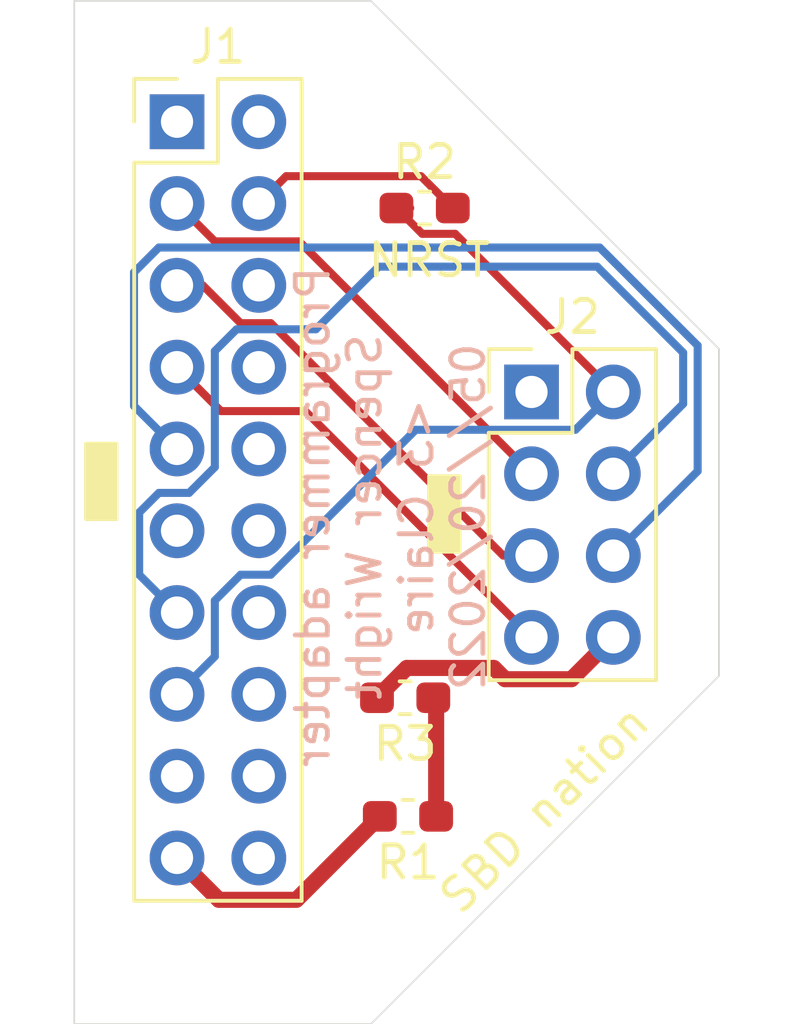
<source format=kicad_pcb>
(kicad_pcb (version 20171130) (host pcbnew "(5.1.6-0-10_14)")

  (general
    (thickness 1.6)
    (drawings 11)
    (tracks 56)
    (zones 0)
    (modules 5)
    (nets 13)
  )

  (page A4)
  (layers
    (0 F.Cu signal)
    (1 PWR power hide)
    (2 GND power hide)
    (31 B.Cu signal)
    (32 B.Adhes user)
    (33 F.Adhes user)
    (34 B.Paste user)
    (35 F.Paste user)
    (36 B.SilkS user)
    (37 F.SilkS user)
    (38 B.Mask user)
    (39 F.Mask user)
    (40 Dwgs.User user)
    (41 Cmts.User user)
    (42 Eco1.User user)
    (43 Eco2.User user)
    (44 Edge.Cuts user)
    (45 Margin user)
    (46 B.CrtYd user)
    (47 F.CrtYd user)
    (48 B.Fab user)
    (49 F.Fab user)
  )

  (setup
    (last_trace_width 0.25)
    (user_trace_width 0.499872)
    (trace_clearance 0.2)
    (zone_clearance 0.508)
    (zone_45_only no)
    (trace_min 0.2)
    (via_size 0.8)
    (via_drill 0.4)
    (via_min_size 0.4)
    (via_min_drill 0.3)
    (uvia_size 0.3)
    (uvia_drill 0.1)
    (uvias_allowed no)
    (uvia_min_size 0.2)
    (uvia_min_drill 0.1)
    (edge_width 0.05)
    (segment_width 0.2)
    (pcb_text_width 0.3)
    (pcb_text_size 1.5 1.5)
    (mod_edge_width 0.12)
    (mod_text_size 1 1)
    (mod_text_width 0.15)
    (pad_size 1.524 1.524)
    (pad_drill 0.762)
    (pad_to_mask_clearance 0.05)
    (aux_axis_origin 0 0)
    (visible_elements FFFFFF7F)
    (pcbplotparams
      (layerselection 0x010fc_ffffffff)
      (usegerberextensions true)
      (usegerberattributes true)
      (usegerberadvancedattributes false)
      (creategerberjobfile true)
      (excludeedgelayer true)
      (linewidth 0.100000)
      (plotframeref false)
      (viasonmask false)
      (mode 1)
      (useauxorigin false)
      (hpglpennumber 1)
      (hpglpenspeed 20)
      (hpglpendiameter 15.000000)
      (psnegative false)
      (psa4output false)
      (plotreference true)
      (plotvalue false)
      (plotinvisibletext false)
      (padsonsilk false)
      (subtractmaskfromsilk false)
      (outputformat 1)
      (mirror false)
      (drillshape 0)
      (scaleselection 1)
      (outputdirectory "./"))
  )

  (net 0 "")
  (net 1 /MCU_VDD)
  (net 2 /JNTRST)
  (net 3 GND)
  (net 4 /JTDI)
  (net 5 /SWDIO)
  (net 6 /SWCLK)
  (net 7 "Net-(J1-Pad11)")
  (net 8 /JTDO)
  (net 9 /NRST)
  (net 10 "Net-(J1-Pad17)")
  (net 11 "Net-(J1-Pad19)")
  (net 12 +3V3)

  (net_class Default "This is the default net class."
    (clearance 0.2)
    (trace_width 0.25)
    (via_dia 0.8)
    (via_drill 0.4)
    (uvia_dia 0.3)
    (uvia_drill 0.1)
    (add_net +3V3)
    (add_net /JNTRST)
    (add_net /JTDI)
    (add_net /JTDO)
    (add_net /MCU_VDD)
    (add_net /NRST)
    (add_net /SWCLK)
    (add_net /SWDIO)
    (add_net GND)
    (add_net "Net-(J1-Pad11)")
    (add_net "Net-(J1-Pad17)")
    (add_net "Net-(J1-Pad19)")
  )

  (module Connector_PinHeader_2.54mm:PinHeader_2x10_P2.54mm_Vertical (layer F.Cu) (tedit 59FED5CC) (tstamp 6287CC37)
    (at 69.23 54.53)
    (descr "Through hole straight pin header, 2x10, 2.54mm pitch, double rows")
    (tags "Through hole pin header THT 2x10 2.54mm double row")
    (path /6287C287)
    (fp_text reference J1 (at 1.27 -2.33) (layer F.SilkS)
      (effects (font (size 1 1) (thickness 0.15)))
    )
    (fp_text value Conn_01x20_Male (at 1.27 25.19) (layer F.Fab)
      (effects (font (size 1 1) (thickness 0.15)))
    )
    (fp_line (start 0 -1.27) (end 3.81 -1.27) (layer F.Fab) (width 0.1))
    (fp_line (start 3.81 -1.27) (end 3.81 24.13) (layer F.Fab) (width 0.1))
    (fp_line (start 3.81 24.13) (end -1.27 24.13) (layer F.Fab) (width 0.1))
    (fp_line (start -1.27 24.13) (end -1.27 0) (layer F.Fab) (width 0.1))
    (fp_line (start -1.27 0) (end 0 -1.27) (layer F.Fab) (width 0.1))
    (fp_line (start -1.33 24.19) (end 3.87 24.19) (layer F.SilkS) (width 0.12))
    (fp_line (start -1.33 1.27) (end -1.33 24.19) (layer F.SilkS) (width 0.12))
    (fp_line (start 3.87 -1.33) (end 3.87 24.19) (layer F.SilkS) (width 0.12))
    (fp_line (start -1.33 1.27) (end 1.27 1.27) (layer F.SilkS) (width 0.12))
    (fp_line (start 1.27 1.27) (end 1.27 -1.33) (layer F.SilkS) (width 0.12))
    (fp_line (start 1.27 -1.33) (end 3.87 -1.33) (layer F.SilkS) (width 0.12))
    (fp_line (start -1.33 0) (end -1.33 -1.33) (layer F.SilkS) (width 0.12))
    (fp_line (start -1.33 -1.33) (end 0 -1.33) (layer F.SilkS) (width 0.12))
    (fp_line (start -1.8 -1.8) (end -1.8 24.65) (layer F.CrtYd) (width 0.05))
    (fp_line (start -1.8 24.65) (end 4.35 24.65) (layer F.CrtYd) (width 0.05))
    (fp_line (start 4.35 24.65) (end 4.35 -1.8) (layer F.CrtYd) (width 0.05))
    (fp_line (start 4.35 -1.8) (end -1.8 -1.8) (layer F.CrtYd) (width 0.05))
    (fp_text user %R (at 1.27 11.43 90) (layer F.Fab)
      (effects (font (size 1 1) (thickness 0.15)))
    )
    (pad 1 thru_hole rect (at 0 0) (size 1.7 1.7) (drill 1) (layers *.Cu *.Mask)
      (net 1 /MCU_VDD))
    (pad 2 thru_hole oval (at 2.54 0) (size 1.7 1.7) (drill 1) (layers *.Cu *.Mask)
      (net 1 /MCU_VDD))
    (pad 3 thru_hole oval (at 0 2.54) (size 1.7 1.7) (drill 1) (layers *.Cu *.Mask)
      (net 2 /JNTRST))
    (pad 4 thru_hole oval (at 2.54 2.54) (size 1.7 1.7) (drill 1) (layers *.Cu *.Mask)
      (net 3 GND))
    (pad 5 thru_hole oval (at 0 5.08) (size 1.7 1.7) (drill 1) (layers *.Cu *.Mask)
      (net 4 /JTDI))
    (pad 6 thru_hole oval (at 2.54 5.08) (size 1.7 1.7) (drill 1) (layers *.Cu *.Mask)
      (net 3 GND))
    (pad 7 thru_hole oval (at 0 7.62) (size 1.7 1.7) (drill 1) (layers *.Cu *.Mask)
      (net 5 /SWDIO))
    (pad 8 thru_hole oval (at 2.54 7.62) (size 1.7 1.7) (drill 1) (layers *.Cu *.Mask)
      (net 3 GND))
    (pad 9 thru_hole oval (at 0 10.16) (size 1.7 1.7) (drill 1) (layers *.Cu *.Mask)
      (net 6 /SWCLK))
    (pad 10 thru_hole oval (at 2.54 10.16) (size 1.7 1.7) (drill 1) (layers *.Cu *.Mask)
      (net 3 GND))
    (pad 11 thru_hole oval (at 0 12.7) (size 1.7 1.7) (drill 1) (layers *.Cu *.Mask)
      (net 7 "Net-(J1-Pad11)"))
    (pad 12 thru_hole oval (at 2.54 12.7) (size 1.7 1.7) (drill 1) (layers *.Cu *.Mask)
      (net 3 GND))
    (pad 13 thru_hole oval (at 0 15.24) (size 1.7 1.7) (drill 1) (layers *.Cu *.Mask)
      (net 8 /JTDO))
    (pad 14 thru_hole oval (at 2.54 15.24) (size 1.7 1.7) (drill 1) (layers *.Cu *.Mask)
      (net 3 GND))
    (pad 15 thru_hole oval (at 0 17.78) (size 1.7 1.7) (drill 1) (layers *.Cu *.Mask)
      (net 9 /NRST))
    (pad 16 thru_hole oval (at 2.54 17.78) (size 1.7 1.7) (drill 1) (layers *.Cu *.Mask)
      (net 3 GND))
    (pad 17 thru_hole oval (at 0 20.32) (size 1.7 1.7) (drill 1) (layers *.Cu *.Mask)
      (net 10 "Net-(J1-Pad17)"))
    (pad 18 thru_hole oval (at 2.54 20.32) (size 1.7 1.7) (drill 1) (layers *.Cu *.Mask)
      (net 3 GND))
    (pad 19 thru_hole oval (at 0 22.86) (size 1.7 1.7) (drill 1) (layers *.Cu *.Mask)
      (net 11 "Net-(J1-Pad19)"))
    (pad 20 thru_hole oval (at 2.54 22.86) (size 1.7 1.7) (drill 1) (layers *.Cu *.Mask)
      (net 3 GND))
    (model ${KISYS3DMOD}/Connector_PinHeader_2.54mm.3dshapes/PinHeader_2x10_P2.54mm_Vertical.wrl
      (at (xyz 0 0 0))
      (scale (xyz 1 1 1))
      (rotate (xyz 0 0 0))
    )
  )

  (module Resistor_SMD:R_0603_1608Metric_Pad1.05x0.95mm_HandSolder (layer F.Cu) (tedit 5B301BBD) (tstamp 6287CC6B)
    (at 76.4032 76.0984 180)
    (descr "Resistor SMD 0603 (1608 Metric), square (rectangular) end terminal, IPC_7351 nominal with elongated pad for handsoldering. (Body size source: http://www.tortai-tech.com/upload/download/2011102023233369053.pdf), generated with kicad-footprint-generator")
    (tags "resistor handsolder")
    (path /628837D1)
    (attr smd)
    (fp_text reference R1 (at 0 -1.43) (layer F.SilkS)
      (effects (font (size 1 1) (thickness 0.15)))
    )
    (fp_text value 0 (at 0 1.43) (layer F.Fab)
      (effects (font (size 1 1) (thickness 0.15)))
    )
    (fp_line (start -0.8 0.4) (end -0.8 -0.4) (layer F.Fab) (width 0.1))
    (fp_line (start -0.8 -0.4) (end 0.8 -0.4) (layer F.Fab) (width 0.1))
    (fp_line (start 0.8 -0.4) (end 0.8 0.4) (layer F.Fab) (width 0.1))
    (fp_line (start 0.8 0.4) (end -0.8 0.4) (layer F.Fab) (width 0.1))
    (fp_line (start -0.171267 -0.51) (end 0.171267 -0.51) (layer F.SilkS) (width 0.12))
    (fp_line (start -0.171267 0.51) (end 0.171267 0.51) (layer F.SilkS) (width 0.12))
    (fp_line (start -1.65 0.73) (end -1.65 -0.73) (layer F.CrtYd) (width 0.05))
    (fp_line (start -1.65 -0.73) (end 1.65 -0.73) (layer F.CrtYd) (width 0.05))
    (fp_line (start 1.65 -0.73) (end 1.65 0.73) (layer F.CrtYd) (width 0.05))
    (fp_line (start 1.65 0.73) (end -1.65 0.73) (layer F.CrtYd) (width 0.05))
    (fp_text user %R (at 0 0) (layer F.Fab)
      (effects (font (size 0.4 0.4) (thickness 0.06)))
    )
    (pad 1 smd roundrect (at -0.875 0 180) (size 1.05 0.95) (layers F.Cu F.Paste F.Mask) (roundrect_rratio 0.25)
      (net 12 +3V3))
    (pad 2 smd roundrect (at 0.875 0 180) (size 1.05 0.95) (layers F.Cu F.Paste F.Mask) (roundrect_rratio 0.25)
      (net 11 "Net-(J1-Pad19)"))
    (model ${KISYS3DMOD}/Resistor_SMD.3dshapes/R_0603_1608Metric.wrl
      (at (xyz 0 0 0))
      (scale (xyz 1 1 1))
      (rotate (xyz 0 0 0))
    )
  )

  (module Resistor_SMD:R_0603_1608Metric_Pad1.05x0.95mm_HandSolder (layer F.Cu) (tedit 5B301BBD) (tstamp 6287CC7C)
    (at 76.92 57.21)
    (descr "Resistor SMD 0603 (1608 Metric), square (rectangular) end terminal, IPC_7351 nominal with elongated pad for handsoldering. (Body size source: http://www.tortai-tech.com/upload/download/2011102023233369053.pdf), generated with kicad-footprint-generator")
    (tags "resistor handsolder")
    (path /6288D2E4)
    (attr smd)
    (fp_text reference R2 (at 0 -1.43) (layer F.SilkS)
      (effects (font (size 1 1) (thickness 0.15)))
    )
    (fp_text value DNI (at 0 1.43) (layer F.Fab)
      (effects (font (size 1 1) (thickness 0.15)))
    )
    (fp_line (start 1.65 0.73) (end -1.65 0.73) (layer F.CrtYd) (width 0.05))
    (fp_line (start 1.65 -0.73) (end 1.65 0.73) (layer F.CrtYd) (width 0.05))
    (fp_line (start -1.65 -0.73) (end 1.65 -0.73) (layer F.CrtYd) (width 0.05))
    (fp_line (start -1.65 0.73) (end -1.65 -0.73) (layer F.CrtYd) (width 0.05))
    (fp_line (start -0.171267 0.51) (end 0.171267 0.51) (layer F.SilkS) (width 0.12))
    (fp_line (start -0.171267 -0.51) (end 0.171267 -0.51) (layer F.SilkS) (width 0.12))
    (fp_line (start 0.8 0.4) (end -0.8 0.4) (layer F.Fab) (width 0.1))
    (fp_line (start 0.8 -0.4) (end 0.8 0.4) (layer F.Fab) (width 0.1))
    (fp_line (start -0.8 -0.4) (end 0.8 -0.4) (layer F.Fab) (width 0.1))
    (fp_line (start -0.8 0.4) (end -0.8 -0.4) (layer F.Fab) (width 0.1))
    (fp_text user %R (at 0 0) (layer F.Fab)
      (effects (font (size 0.4 0.4) (thickness 0.06)))
    )
    (pad 2 smd roundrect (at 0.875 0) (size 1.05 0.95) (layers F.Cu F.Paste F.Mask) (roundrect_rratio 0.25)
      (net 3 GND))
    (pad 1 smd roundrect (at -0.875 0) (size 1.05 0.95) (layers F.Cu F.Paste F.Mask) (roundrect_rratio 0.25)
      (net 9 /NRST))
    (model ${KISYS3DMOD}/Resistor_SMD.3dshapes/R_0603_1608Metric.wrl
      (at (xyz 0 0 0))
      (scale (xyz 1 1 1))
      (rotate (xyz 0 0 0))
    )
  )

  (module Resistor_SMD:R_0603_1608Metric_Pad1.05x0.95mm_HandSolder (layer F.Cu) (tedit 5B301BBD) (tstamp 6287CC8D)
    (at 76.3156 72.4154 180)
    (descr "Resistor SMD 0603 (1608 Metric), square (rectangular) end terminal, IPC_7351 nominal with elongated pad for handsoldering. (Body size source: http://www.tortai-tech.com/upload/download/2011102023233369053.pdf), generated with kicad-footprint-generator")
    (tags "resistor handsolder")
    (path /62892696)
    (attr smd)
    (fp_text reference R3 (at 0 -1.43) (layer F.SilkS)
      (effects (font (size 1 1) (thickness 0.15)))
    )
    (fp_text value DNI (at 0 1.43) (layer F.Fab)
      (effects (font (size 1 1) (thickness 0.15)))
    )
    (fp_line (start -0.8 0.4) (end -0.8 -0.4) (layer F.Fab) (width 0.1))
    (fp_line (start -0.8 -0.4) (end 0.8 -0.4) (layer F.Fab) (width 0.1))
    (fp_line (start 0.8 -0.4) (end 0.8 0.4) (layer F.Fab) (width 0.1))
    (fp_line (start 0.8 0.4) (end -0.8 0.4) (layer F.Fab) (width 0.1))
    (fp_line (start -0.171267 -0.51) (end 0.171267 -0.51) (layer F.SilkS) (width 0.12))
    (fp_line (start -0.171267 0.51) (end 0.171267 0.51) (layer F.SilkS) (width 0.12))
    (fp_line (start -1.65 0.73) (end -1.65 -0.73) (layer F.CrtYd) (width 0.05))
    (fp_line (start -1.65 -0.73) (end 1.65 -0.73) (layer F.CrtYd) (width 0.05))
    (fp_line (start 1.65 -0.73) (end 1.65 0.73) (layer F.CrtYd) (width 0.05))
    (fp_line (start 1.65 0.73) (end -1.65 0.73) (layer F.CrtYd) (width 0.05))
    (fp_text user %R (at 0 0) (layer F.Fab)
      (effects (font (size 0.4 0.4) (thickness 0.06)))
    )
    (pad 1 smd roundrect (at -0.875 0 180) (size 1.05 0.95) (layers F.Cu F.Paste F.Mask) (roundrect_rratio 0.25)
      (net 12 +3V3))
    (pad 2 smd roundrect (at 0.875 0 180) (size 1.05 0.95) (layers F.Cu F.Paste F.Mask) (roundrect_rratio 0.25)
      (net 1 /MCU_VDD))
    (model ${KISYS3DMOD}/Resistor_SMD.3dshapes/R_0603_1608Metric.wrl
      (at (xyz 0 0 0))
      (scale (xyz 1 1 1))
      (rotate (xyz 0 0 0))
    )
  )

  (module Connector_PinHeader_2.54mm:PinHeader_2x04_P2.54mm_Vertical (layer F.Cu) (tedit 59FED5CC) (tstamp 629BCE18)
    (at 80.24 62.92)
    (descr "Through hole straight pin header, 2x04, 2.54mm pitch, double rows")
    (tags "Through hole pin header THT 2x04 2.54mm double row")
    (path /6287DFCF)
    (fp_text reference J2 (at 1.27 -2.33) (layer F.SilkS)
      (effects (font (size 1 1) (thickness 0.15)))
    )
    (fp_text value Conn_01x08_Male (at 1.27 9.95) (layer F.Fab)
      (effects (font (size 1 1) (thickness 0.15)))
    )
    (fp_line (start 4.35 -1.8) (end -1.8 -1.8) (layer F.CrtYd) (width 0.05))
    (fp_line (start 4.35 9.4) (end 4.35 -1.8) (layer F.CrtYd) (width 0.05))
    (fp_line (start -1.8 9.4) (end 4.35 9.4) (layer F.CrtYd) (width 0.05))
    (fp_line (start -1.8 -1.8) (end -1.8 9.4) (layer F.CrtYd) (width 0.05))
    (fp_line (start -1.33 -1.33) (end 0 -1.33) (layer F.SilkS) (width 0.12))
    (fp_line (start -1.33 0) (end -1.33 -1.33) (layer F.SilkS) (width 0.12))
    (fp_line (start 1.27 -1.33) (end 3.87 -1.33) (layer F.SilkS) (width 0.12))
    (fp_line (start 1.27 1.27) (end 1.27 -1.33) (layer F.SilkS) (width 0.12))
    (fp_line (start -1.33 1.27) (end 1.27 1.27) (layer F.SilkS) (width 0.12))
    (fp_line (start 3.87 -1.33) (end 3.87 8.95) (layer F.SilkS) (width 0.12))
    (fp_line (start -1.33 1.27) (end -1.33 8.95) (layer F.SilkS) (width 0.12))
    (fp_line (start -1.33 8.95) (end 3.87 8.95) (layer F.SilkS) (width 0.12))
    (fp_line (start -1.27 0) (end 0 -1.27) (layer F.Fab) (width 0.1))
    (fp_line (start -1.27 8.89) (end -1.27 0) (layer F.Fab) (width 0.1))
    (fp_line (start 3.81 8.89) (end -1.27 8.89) (layer F.Fab) (width 0.1))
    (fp_line (start 3.81 -1.27) (end 3.81 8.89) (layer F.Fab) (width 0.1))
    (fp_line (start 0 -1.27) (end 3.81 -1.27) (layer F.Fab) (width 0.1))
    (fp_text user %R (at 1.27 3.81 90) (layer F.Fab)
      (effects (font (size 1 1) (thickness 0.15)))
    )
    (pad 1 thru_hole rect (at 0 0) (size 1.7 1.7) (drill 1) (layers *.Cu *.Mask)
      (net 3 GND))
    (pad 2 thru_hole oval (at 2.54 0) (size 1.7 1.7) (drill 1) (layers *.Cu *.Mask)
      (net 9 /NRST))
    (pad 3 thru_hole oval (at 0 2.54) (size 1.7 1.7) (drill 1) (layers *.Cu *.Mask)
      (net 2 /JNTRST))
    (pad 4 thru_hole oval (at 2.54 2.54) (size 1.7 1.7) (drill 1) (layers *.Cu *.Mask)
      (net 8 /JTDO))
    (pad 5 thru_hole oval (at 0 5.08) (size 1.7 1.7) (drill 1) (layers *.Cu *.Mask)
      (net 4 /JTDI))
    (pad 6 thru_hole oval (at 2.54 5.08) (size 1.7 1.7) (drill 1) (layers *.Cu *.Mask)
      (net 6 /SWCLK))
    (pad 7 thru_hole oval (at 0 7.62) (size 1.7 1.7) (drill 1) (layers *.Cu *.Mask)
      (net 5 /SWDIO))
    (pad 8 thru_hole oval (at 2.54 7.62) (size 1.7 1.7) (drill 1) (layers *.Cu *.Mask)
      (net 1 /MCU_VDD))
    (model ${KISYS3DMOD}/Connector_PinHeader_2.54mm.3dshapes/PinHeader_2x04_P2.54mm_Vertical.wrl
      (at (xyz 0 0 0))
      (scale (xyz 1 1 1))
      (rotate (xyz 0 0 0))
    )
  )

  (gr_line (start 86.06 71.74) (end 86.06 61.58) (layer Edge.Cuts) (width 0.05))
  (gr_line (start 75.25 82.55) (end 86.06 71.74) (layer Edge.Cuts) (width 0.05) (tstamp 629BCF6A))
  (gr_line (start 75.25 50.7746) (end 86.06 61.58) (layer Edge.Cuts) (width 0.05))
  (gr_line (start 66.04 82.55) (end 75.25 82.55) (layer Edge.Cuts) (width 0.05) (tstamp 629BCF66))
  (gr_line (start 66.04 50.7746) (end 66.04 82.55) (layer Edge.Cuts) (width 0.05) (tstamp 629BCF65))
  (gr_line (start 66.04 50.7746) (end 75.25 50.7746) (layer Edge.Cuts) (width 0.05))
  (gr_poly (pts (xy 78.0152 67.8646) (xy 77.9898 67.8646) (xy 78.0152 67.89) (xy 77.05 67.89) (xy 77.05 65.5278) (xy 78.0152 65.5278)) (layer F.SilkS) (width 0.1) (tstamp 6287D37E))
  (gr_poly (pts (xy 67.3608 66.8528) (xy 67.3354 66.8528) (xy 67.3608 66.8782) (xy 66.3956 66.8782) (xy 66.3956 64.516) (xy 67.3608 64.516)) (layer F.SilkS) (width 0.1))
  (gr_text NRST (at 77.0636 58.8264) (layer F.SilkS) (tstamp 6287D321)
    (effects (font (size 1 1) (thickness 0.15)))
  )
  (gr_text "SBD nation" (at 80.64 75.87 45) (layer F.SilkS)
    (effects (font (size 1 1) (thickness 0.15)))
  )
  (gr_text "Programmer adapter\nSpencer Wright\n<3 Claire\n05//20/2022" (at 75.86 66.8 90) (layer B.SilkS)
    (effects (font (size 1 1) (thickness 0.15)) (justify mirror))
  )

  (segment (start 76.365546 71.490454) (end 75.4406 72.4154) (width 0.499872) (layer F.Cu) (net 1))
  (segment (start 79.070454 71.490454) (end 76.365546 71.490454) (width 0.499872) (layer F.Cu) (net 1))
  (segment (start 79.419937 71.839937) (end 79.070454 71.490454) (width 0.499872) (layer F.Cu) (net 1))
  (segment (start 81.480063 71.839937) (end 79.419937 71.839937) (width 0.499872) (layer F.Cu) (net 1))
  (segment (start 82.78 70.54) (end 81.480063 71.839937) (width 0.499872) (layer F.Cu) (net 1))
  (segment (start 70.405001 58.245001) (end 69.23 57.07) (width 0.25) (layer F.Cu) (net 2))
  (segment (start 73.025001 58.245001) (end 70.405001 58.245001) (width 0.25) (layer F.Cu) (net 2))
  (segment (start 80.24 65.46) (end 73.025001 58.245001) (width 0.25) (layer F.Cu) (net 2))
  (segment (start 76.805001 56.220001) (end 72.619999 56.220001) (width 0.25) (layer F.Cu) (net 3))
  (segment (start 72.619999 56.220001) (end 71.77 57.07) (width 0.25) (layer F.Cu) (net 3))
  (segment (start 77.795 57.21) (end 76.805001 56.220001) (width 0.25) (layer F.Cu) (net 3))
  (segment (start 70.030998 59.61) (end 71.205999 60.785001) (width 0.25) (layer F.Cu) (net 4))
  (segment (start 69.23 59.61) (end 70.030998 59.61) (width 0.25) (layer F.Cu) (net 4))
  (segment (start 72.144003 60.785001) (end 79.359002 68) (width 0.25) (layer F.Cu) (net 4))
  (segment (start 79.359002 68) (end 80.24 68) (width 0.25) (layer F.Cu) (net 4))
  (segment (start 71.205999 60.785001) (end 72.144003 60.785001) (width 0.25) (layer F.Cu) (net 4))
  (segment (start 70.405001 63.325001) (end 69.23 62.15) (width 0.25) (layer F.Cu) (net 5))
  (segment (start 70.594999 63.514999) (end 70.405001 63.325001) (width 0.25) (layer F.Cu) (net 5))
  (segment (start 73.214999 63.514999) (end 70.594999 63.514999) (width 0.25) (layer F.Cu) (net 5))
  (segment (start 80.24 70.54) (end 73.214999 63.514999) (width 0.25) (layer F.Cu) (net 5))
  (segment (start 85.4 61.48) (end 85.4 65.38) (width 0.25) (layer B.Cu) (net 6))
  (segment (start 67.8942 59.206798) (end 68.665999 58.434999) (width 0.25) (layer B.Cu) (net 6))
  (segment (start 85.4 65.38) (end 82.78 68) (width 0.25) (layer B.Cu) (net 6))
  (segment (start 68.665999 58.434999) (end 82.354999 58.434999) (width 0.25) (layer B.Cu) (net 6))
  (segment (start 67.8942 63.3542) (end 67.8942 59.206798) (width 0.25) (layer B.Cu) (net 6))
  (segment (start 82.354999 58.434999) (end 85.4 61.48) (width 0.25) (layer B.Cu) (net 6))
  (segment (start 69.23 64.69) (end 67.8942 63.3542) (width 0.25) (layer B.Cu) (net 6))
  (segment (start 84.94999 63.29001) (end 82.78 65.46) (width 0.25) (layer B.Cu) (net 8))
  (segment (start 84.94999 61.69999) (end 84.94999 63.29001) (width 0.25) (layer B.Cu) (net 8))
  (segment (start 69.604003 66.054999) (end 70.405001 65.254001) (width 0.25) (layer B.Cu) (net 8))
  (segment (start 75.4888 59.0296) (end 82.2796 59.0296) (width 0.25) (layer B.Cu) (net 8))
  (segment (start 71.079601 60.974999) (end 73.543401 60.974999) (width 0.25) (layer B.Cu) (net 8))
  (segment (start 68.054999 68.594999) (end 68.054999 66.665999) (width 0.25) (layer B.Cu) (net 8))
  (segment (start 68.665999 66.054999) (end 69.604003 66.054999) (width 0.25) (layer B.Cu) (net 8))
  (segment (start 73.543401 60.974999) (end 75.4888 59.0296) (width 0.25) (layer B.Cu) (net 8))
  (segment (start 68.054999 66.665999) (end 68.665999 66.054999) (width 0.25) (layer B.Cu) (net 8))
  (segment (start 82.2796 59.0296) (end 84.94999 61.69999) (width 0.25) (layer B.Cu) (net 8))
  (segment (start 70.405001 61.649599) (end 71.079601 60.974999) (width 0.25) (layer B.Cu) (net 8))
  (segment (start 70.405001 65.254001) (end 70.405001 61.649599) (width 0.25) (layer B.Cu) (net 8))
  (segment (start 69.23 69.77) (end 68.054999 68.594999) (width 0.25) (layer B.Cu) (net 8))
  (segment (start 76.47449 57.21) (end 76.045 57.21) (width 0.25) (layer F.Cu) (net 9))
  (segment (start 70.405001 69.395997) (end 70.405001 71.134999) (width 0.25) (layer B.Cu) (net 9))
  (segment (start 71.205999 68.594999) (end 70.405001 69.395997) (width 0.25) (layer B.Cu) (net 9))
  (segment (start 72.144003 68.594999) (end 71.205999 68.594999) (width 0.25) (layer B.Cu) (net 9))
  (segment (start 70.405001 71.134999) (end 69.23 72.31) (width 0.25) (layer B.Cu) (net 9))
  (segment (start 81.604999 64.095001) (end 82.78 62.92) (width 0.25) (layer B.Cu) (net 9))
  (segment (start 76.644001 64.095001) (end 81.604999 64.095001) (width 0.25) (layer B.Cu) (net 9))
  (segment (start 72.144003 68.594999) (end 76.644001 64.095001) (width 0.25) (layer B.Cu) (net 9))
  (segment (start 77.87001 58.01001) (end 82.78 62.92) (width 0.25) (layer F.Cu) (net 9))
  (segment (start 76.84501 58.01001) (end 77.87001 58.01001) (width 0.25) (layer F.Cu) (net 9))
  (segment (start 76.045 57.21) (end 76.84501 58.01001) (width 0.25) (layer F.Cu) (net 9))
  (segment (start 70.529937 78.689937) (end 69.23 77.39) (width 0.499872) (layer F.Cu) (net 11))
  (segment (start 72.936663 78.689937) (end 70.529937 78.689937) (width 0.499872) (layer F.Cu) (net 11))
  (segment (start 75.5282 76.0984) (end 72.936663 78.689937) (width 0.499872) (layer F.Cu) (net 11))
  (segment (start 77.2782 72.503) (end 77.1906 72.4154) (width 0.499872) (layer F.Cu) (net 12))
  (segment (start 77.2782 76.0984) (end 77.2782 72.503) (width 0.499872) (layer F.Cu) (net 12))

  (zone (net 1) (net_name /MCU_VDD) (layer PWR) (tstamp 629BD050) (hatch edge 0.508)
    (connect_pads (clearance 0.508))
    (min_thickness 0.254)
    (fill yes (arc_segments 32) (thermal_gap 0.508) (thermal_bridge_width 0.508))
    (polygon
      (pts
        (xy 91.44 82.55) (xy 66.04 82.55) (xy 66.04 50.8) (xy 91.44 50.8)
      )
    )
    (filled_polygon
      (pts
        (xy 85.400001 61.853464) (xy 85.4 71.466619) (xy 74.97662 81.89) (xy 66.7 81.89) (xy 66.7 55.38)
        (xy 67.741928 55.38) (xy 67.754188 55.504482) (xy 67.790498 55.62418) (xy 67.849463 55.734494) (xy 67.928815 55.831185)
        (xy 68.025506 55.910537) (xy 68.13582 55.969502) (xy 68.20838 55.991513) (xy 68.076525 56.123368) (xy 67.91401 56.366589)
        (xy 67.802068 56.636842) (xy 67.745 56.92374) (xy 67.745 57.21626) (xy 67.802068 57.503158) (xy 67.91401 57.773411)
        (xy 68.076525 58.016632) (xy 68.283368 58.223475) (xy 68.45776 58.34) (xy 68.283368 58.456525) (xy 68.076525 58.663368)
        (xy 67.91401 58.906589) (xy 67.802068 59.176842) (xy 67.745 59.46374) (xy 67.745 59.75626) (xy 67.802068 60.043158)
        (xy 67.91401 60.313411) (xy 68.076525 60.556632) (xy 68.283368 60.763475) (xy 68.45776 60.88) (xy 68.283368 60.996525)
        (xy 68.076525 61.203368) (xy 67.91401 61.446589) (xy 67.802068 61.716842) (xy 67.745 62.00374) (xy 67.745 62.29626)
        (xy 67.802068 62.583158) (xy 67.91401 62.853411) (xy 68.076525 63.096632) (xy 68.283368 63.303475) (xy 68.45776 63.42)
        (xy 68.283368 63.536525) (xy 68.076525 63.743368) (xy 67.91401 63.986589) (xy 67.802068 64.256842) (xy 67.745 64.54374)
        (xy 67.745 64.83626) (xy 67.802068 65.123158) (xy 67.91401 65.393411) (xy 68.076525 65.636632) (xy 68.283368 65.843475)
        (xy 68.45776 65.96) (xy 68.283368 66.076525) (xy 68.076525 66.283368) (xy 67.91401 66.526589) (xy 67.802068 66.796842)
        (xy 67.745 67.08374) (xy 67.745 67.37626) (xy 67.802068 67.663158) (xy 67.91401 67.933411) (xy 68.076525 68.176632)
        (xy 68.283368 68.383475) (xy 68.45776 68.5) (xy 68.283368 68.616525) (xy 68.076525 68.823368) (xy 67.91401 69.066589)
        (xy 67.802068 69.336842) (xy 67.745 69.62374) (xy 67.745 69.91626) (xy 67.802068 70.203158) (xy 67.91401 70.473411)
        (xy 68.076525 70.716632) (xy 68.283368 70.923475) (xy 68.45776 71.04) (xy 68.283368 71.156525) (xy 68.076525 71.363368)
        (xy 67.91401 71.606589) (xy 67.802068 71.876842) (xy 67.745 72.16374) (xy 67.745 72.45626) (xy 67.802068 72.743158)
        (xy 67.91401 73.013411) (xy 68.076525 73.256632) (xy 68.283368 73.463475) (xy 68.45776 73.58) (xy 68.283368 73.696525)
        (xy 68.076525 73.903368) (xy 67.91401 74.146589) (xy 67.802068 74.416842) (xy 67.745 74.70374) (xy 67.745 74.99626)
        (xy 67.802068 75.283158) (xy 67.91401 75.553411) (xy 68.076525 75.796632) (xy 68.283368 76.003475) (xy 68.45776 76.12)
        (xy 68.283368 76.236525) (xy 68.076525 76.443368) (xy 67.91401 76.686589) (xy 67.802068 76.956842) (xy 67.745 77.24374)
        (xy 67.745 77.53626) (xy 67.802068 77.823158) (xy 67.91401 78.093411) (xy 68.076525 78.336632) (xy 68.283368 78.543475)
        (xy 68.526589 78.70599) (xy 68.796842 78.817932) (xy 69.08374 78.875) (xy 69.37626 78.875) (xy 69.663158 78.817932)
        (xy 69.933411 78.70599) (xy 70.176632 78.543475) (xy 70.383475 78.336632) (xy 70.5 78.16224) (xy 70.616525 78.336632)
        (xy 70.823368 78.543475) (xy 71.066589 78.70599) (xy 71.336842 78.817932) (xy 71.62374 78.875) (xy 71.91626 78.875)
        (xy 72.203158 78.817932) (xy 72.473411 78.70599) (xy 72.716632 78.543475) (xy 72.923475 78.336632) (xy 73.08599 78.093411)
        (xy 73.197932 77.823158) (xy 73.255 77.53626) (xy 73.255 77.24374) (xy 73.197932 76.956842) (xy 73.08599 76.686589)
        (xy 72.923475 76.443368) (xy 72.716632 76.236525) (xy 72.54224 76.12) (xy 72.716632 76.003475) (xy 72.923475 75.796632)
        (xy 73.08599 75.553411) (xy 73.197932 75.283158) (xy 73.255 74.99626) (xy 73.255 74.70374) (xy 73.197932 74.416842)
        (xy 73.08599 74.146589) (xy 72.923475 73.903368) (xy 72.716632 73.696525) (xy 72.54224 73.58) (xy 72.716632 73.463475)
        (xy 72.923475 73.256632) (xy 73.08599 73.013411) (xy 73.197932 72.743158) (xy 73.255 72.45626) (xy 73.255 72.16374)
        (xy 73.197932 71.876842) (xy 73.08599 71.606589) (xy 72.923475 71.363368) (xy 72.716632 71.156525) (xy 72.54224 71.04)
        (xy 72.716632 70.923475) (xy 72.923475 70.716632) (xy 73.08599 70.473411) (xy 73.197932 70.203158) (xy 73.255 69.91626)
        (xy 73.255 69.62374) (xy 73.197932 69.336842) (xy 73.08599 69.066589) (xy 72.923475 68.823368) (xy 72.716632 68.616525)
        (xy 72.54224 68.5) (xy 72.716632 68.383475) (xy 72.923475 68.176632) (xy 73.08599 67.933411) (xy 73.197932 67.663158)
        (xy 73.255 67.37626) (xy 73.255 67.08374) (xy 73.197932 66.796842) (xy 73.08599 66.526589) (xy 72.923475 66.283368)
        (xy 72.716632 66.076525) (xy 72.54224 65.96) (xy 72.716632 65.843475) (xy 72.923475 65.636632) (xy 73.08599 65.393411)
        (xy 73.197932 65.123158) (xy 73.255 64.83626) (xy 73.255 64.54374) (xy 73.197932 64.256842) (xy 73.08599 63.986589)
        (xy 72.923475 63.743368) (xy 72.716632 63.536525) (xy 72.54224 63.42) (xy 72.716632 63.303475) (xy 72.923475 63.096632)
        (xy 73.08599 62.853411) (xy 73.197932 62.583158) (xy 73.255 62.29626) (xy 73.255 62.07) (xy 78.751928 62.07)
        (xy 78.751928 63.77) (xy 78.764188 63.894482) (xy 78.800498 64.01418) (xy 78.859463 64.124494) (xy 78.938815 64.221185)
        (xy 79.035506 64.300537) (xy 79.14582 64.359502) (xy 79.21838 64.381513) (xy 79.086525 64.513368) (xy 78.92401 64.756589)
        (xy 78.812068 65.026842) (xy 78.755 65.31374) (xy 78.755 65.60626) (xy 78.812068 65.893158) (xy 78.92401 66.163411)
        (xy 79.086525 66.406632) (xy 79.293368 66.613475) (xy 79.46776 66.73) (xy 79.293368 66.846525) (xy 79.086525 67.053368)
        (xy 78.92401 67.296589) (xy 78.812068 67.566842) (xy 78.755 67.85374) (xy 78.755 68.14626) (xy 78.812068 68.433158)
        (xy 78.92401 68.703411) (xy 79.086525 68.946632) (xy 79.293368 69.153475) (xy 79.46776 69.27) (xy 79.293368 69.386525)
        (xy 79.086525 69.593368) (xy 78.92401 69.836589) (xy 78.812068 70.106842) (xy 78.755 70.39374) (xy 78.755 70.68626)
        (xy 78.812068 70.973158) (xy 78.92401 71.243411) (xy 79.086525 71.486632) (xy 79.293368 71.693475) (xy 79.536589 71.85599)
        (xy 79.806842 71.967932) (xy 80.09374 72.025) (xy 80.38626 72.025) (xy 80.673158 71.967932) (xy 80.943411 71.85599)
        (xy 81.186632 71.693475) (xy 81.393475 71.486632) (xy 81.5111 71.310594) (xy 81.682412 71.540269) (xy 81.898645 71.735178)
        (xy 82.148748 71.884157) (xy 82.423109 71.981481) (xy 82.653 71.860814) (xy 82.653 70.667) (xy 82.907 70.667)
        (xy 82.907 71.860814) (xy 83.136891 71.981481) (xy 83.411252 71.884157) (xy 83.661355 71.735178) (xy 83.877588 71.540269)
        (xy 84.051641 71.30692) (xy 84.176825 71.044099) (xy 84.221476 70.89689) (xy 84.100155 70.667) (xy 82.907 70.667)
        (xy 82.653 70.667) (xy 82.633 70.667) (xy 82.633 70.413) (xy 82.653 70.413) (xy 82.653 70.393)
        (xy 82.907 70.393) (xy 82.907 70.413) (xy 84.100155 70.413) (xy 84.221476 70.18311) (xy 84.176825 70.035901)
        (xy 84.051641 69.77308) (xy 83.877588 69.539731) (xy 83.661355 69.344822) (xy 83.544466 69.275195) (xy 83.726632 69.153475)
        (xy 83.933475 68.946632) (xy 84.09599 68.703411) (xy 84.207932 68.433158) (xy 84.265 68.14626) (xy 84.265 67.85374)
        (xy 84.207932 67.566842) (xy 84.09599 67.296589) (xy 83.933475 67.053368) (xy 83.726632 66.846525) (xy 83.55224 66.73)
        (xy 83.726632 66.613475) (xy 83.933475 66.406632) (xy 84.09599 66.163411) (xy 84.207932 65.893158) (xy 84.265 65.60626)
        (xy 84.265 65.31374) (xy 84.207932 65.026842) (xy 84.09599 64.756589) (xy 83.933475 64.513368) (xy 83.726632 64.306525)
        (xy 83.55224 64.19) (xy 83.726632 64.073475) (xy 83.933475 63.866632) (xy 84.09599 63.623411) (xy 84.207932 63.353158)
        (xy 84.265 63.06626) (xy 84.265 62.77374) (xy 84.207932 62.486842) (xy 84.09599 62.216589) (xy 83.933475 61.973368)
        (xy 83.726632 61.766525) (xy 83.483411 61.60401) (xy 83.213158 61.492068) (xy 82.92626 61.435) (xy 82.63374 61.435)
        (xy 82.346842 61.492068) (xy 82.076589 61.60401) (xy 81.833368 61.766525) (xy 81.701513 61.89838) (xy 81.679502 61.82582)
        (xy 81.620537 61.715506) (xy 81.541185 61.618815) (xy 81.444494 61.539463) (xy 81.33418 61.480498) (xy 81.214482 61.444188)
        (xy 81.09 61.431928) (xy 79.39 61.431928) (xy 79.265518 61.444188) (xy 79.14582 61.480498) (xy 79.035506 61.539463)
        (xy 78.938815 61.618815) (xy 78.859463 61.715506) (xy 78.800498 61.82582) (xy 78.764188 61.945518) (xy 78.751928 62.07)
        (xy 73.255 62.07) (xy 73.255 62.00374) (xy 73.197932 61.716842) (xy 73.08599 61.446589) (xy 72.923475 61.203368)
        (xy 72.716632 60.996525) (xy 72.54224 60.88) (xy 72.716632 60.763475) (xy 72.923475 60.556632) (xy 73.08599 60.313411)
        (xy 73.197932 60.043158) (xy 73.255 59.75626) (xy 73.255 59.46374) (xy 73.197932 59.176842) (xy 73.08599 58.906589)
        (xy 72.923475 58.663368) (xy 72.716632 58.456525) (xy 72.54224 58.34) (xy 72.716632 58.223475) (xy 72.923475 58.016632)
        (xy 73.08599 57.773411) (xy 73.197932 57.503158) (xy 73.255 57.21626) (xy 73.255 56.92374) (xy 73.197932 56.636842)
        (xy 73.08599 56.366589) (xy 72.923475 56.123368) (xy 72.716632 55.916525) (xy 72.534466 55.794805) (xy 72.651355 55.725178)
        (xy 72.867588 55.530269) (xy 73.041641 55.29692) (xy 73.166825 55.034099) (xy 73.211476 54.88689) (xy 73.090155 54.657)
        (xy 71.897 54.657) (xy 71.897 54.677) (xy 71.643 54.677) (xy 71.643 54.657) (xy 69.357 54.657)
        (xy 69.357 54.677) (xy 69.103 54.677) (xy 69.103 54.657) (xy 67.90375 54.657) (xy 67.745 54.81575)
        (xy 67.741928 55.38) (xy 66.7 55.38) (xy 66.7 53.68) (xy 67.741928 53.68) (xy 67.745 54.24425)
        (xy 67.90375 54.403) (xy 69.103 54.403) (xy 69.103 53.20375) (xy 69.357 53.20375) (xy 69.357 54.403)
        (xy 71.643 54.403) (xy 71.643 53.209186) (xy 71.897 53.209186) (xy 71.897 54.403) (xy 73.090155 54.403)
        (xy 73.211476 54.17311) (xy 73.166825 54.025901) (xy 73.041641 53.76308) (xy 72.867588 53.529731) (xy 72.651355 53.334822)
        (xy 72.401252 53.185843) (xy 72.126891 53.088519) (xy 71.897 53.209186) (xy 71.643 53.209186) (xy 71.413109 53.088519)
        (xy 71.138748 53.185843) (xy 70.888645 53.334822) (xy 70.692498 53.511626) (xy 70.669502 53.43582) (xy 70.610537 53.325506)
        (xy 70.531185 53.228815) (xy 70.434494 53.149463) (xy 70.32418 53.090498) (xy 70.204482 53.054188) (xy 70.08 53.041928)
        (xy 69.51575 53.045) (xy 69.357 53.20375) (xy 69.103 53.20375) (xy 68.94425 53.045) (xy 68.38 53.041928)
        (xy 68.255518 53.054188) (xy 68.13582 53.090498) (xy 68.025506 53.149463) (xy 67.928815 53.228815) (xy 67.849463 53.325506)
        (xy 67.790498 53.43582) (xy 67.754188 53.555518) (xy 67.741928 53.68) (xy 66.7 53.68) (xy 66.7 51.4346)
        (xy 74.976703 51.4346)
      )
    )
  )
  (zone (net 3) (net_name GND) (layer GND) (tstamp 629BD04D) (hatch edge 0.508)
    (connect_pads (clearance 0.508))
    (min_thickness 0.254)
    (fill yes (arc_segments 32) (thermal_gap 0.508) (thermal_bridge_width 0.508))
    (polygon
      (pts
        (xy 91.44 82.55) (xy 66.04 82.55) (xy 66.04 50.8) (xy 91.44 50.8)
      )
    )
    (filled_polygon
      (pts
        (xy 85.400001 61.853464) (xy 85.4 71.466619) (xy 74.97662 81.89) (xy 66.7 81.89) (xy 66.7 53.68)
        (xy 67.741928 53.68) (xy 67.741928 55.38) (xy 67.754188 55.504482) (xy 67.790498 55.62418) (xy 67.849463 55.734494)
        (xy 67.928815 55.831185) (xy 68.025506 55.910537) (xy 68.13582 55.969502) (xy 68.20838 55.991513) (xy 68.076525 56.123368)
        (xy 67.91401 56.366589) (xy 67.802068 56.636842) (xy 67.745 56.92374) (xy 67.745 57.21626) (xy 67.802068 57.503158)
        (xy 67.91401 57.773411) (xy 68.076525 58.016632) (xy 68.283368 58.223475) (xy 68.45776 58.34) (xy 68.283368 58.456525)
        (xy 68.076525 58.663368) (xy 67.91401 58.906589) (xy 67.802068 59.176842) (xy 67.745 59.46374) (xy 67.745 59.75626)
        (xy 67.802068 60.043158) (xy 67.91401 60.313411) (xy 68.076525 60.556632) (xy 68.283368 60.763475) (xy 68.45776 60.88)
        (xy 68.283368 60.996525) (xy 68.076525 61.203368) (xy 67.91401 61.446589) (xy 67.802068 61.716842) (xy 67.745 62.00374)
        (xy 67.745 62.29626) (xy 67.802068 62.583158) (xy 67.91401 62.853411) (xy 68.076525 63.096632) (xy 68.283368 63.303475)
        (xy 68.45776 63.42) (xy 68.283368 63.536525) (xy 68.076525 63.743368) (xy 67.91401 63.986589) (xy 67.802068 64.256842)
        (xy 67.745 64.54374) (xy 67.745 64.83626) (xy 67.802068 65.123158) (xy 67.91401 65.393411) (xy 68.076525 65.636632)
        (xy 68.283368 65.843475) (xy 68.45776 65.96) (xy 68.283368 66.076525) (xy 68.076525 66.283368) (xy 67.91401 66.526589)
        (xy 67.802068 66.796842) (xy 67.745 67.08374) (xy 67.745 67.37626) (xy 67.802068 67.663158) (xy 67.91401 67.933411)
        (xy 68.076525 68.176632) (xy 68.283368 68.383475) (xy 68.45776 68.5) (xy 68.283368 68.616525) (xy 68.076525 68.823368)
        (xy 67.91401 69.066589) (xy 67.802068 69.336842) (xy 67.745 69.62374) (xy 67.745 69.91626) (xy 67.802068 70.203158)
        (xy 67.91401 70.473411) (xy 68.076525 70.716632) (xy 68.283368 70.923475) (xy 68.45776 71.04) (xy 68.283368 71.156525)
        (xy 68.076525 71.363368) (xy 67.91401 71.606589) (xy 67.802068 71.876842) (xy 67.745 72.16374) (xy 67.745 72.45626)
        (xy 67.802068 72.743158) (xy 67.91401 73.013411) (xy 68.076525 73.256632) (xy 68.283368 73.463475) (xy 68.45776 73.58)
        (xy 68.283368 73.696525) (xy 68.076525 73.903368) (xy 67.91401 74.146589) (xy 67.802068 74.416842) (xy 67.745 74.70374)
        (xy 67.745 74.99626) (xy 67.802068 75.283158) (xy 67.91401 75.553411) (xy 68.076525 75.796632) (xy 68.283368 76.003475)
        (xy 68.45776 76.12) (xy 68.283368 76.236525) (xy 68.076525 76.443368) (xy 67.91401 76.686589) (xy 67.802068 76.956842)
        (xy 67.745 77.24374) (xy 67.745 77.53626) (xy 67.802068 77.823158) (xy 67.91401 78.093411) (xy 68.076525 78.336632)
        (xy 68.283368 78.543475) (xy 68.526589 78.70599) (xy 68.796842 78.817932) (xy 69.08374 78.875) (xy 69.37626 78.875)
        (xy 69.663158 78.817932) (xy 69.933411 78.70599) (xy 70.176632 78.543475) (xy 70.383475 78.336632) (xy 70.5011 78.160594)
        (xy 70.672412 78.390269) (xy 70.888645 78.585178) (xy 71.138748 78.734157) (xy 71.413109 78.831481) (xy 71.643 78.710814)
        (xy 71.643 77.517) (xy 71.897 77.517) (xy 71.897 78.710814) (xy 72.126891 78.831481) (xy 72.401252 78.734157)
        (xy 72.651355 78.585178) (xy 72.867588 78.390269) (xy 73.041641 78.15692) (xy 73.166825 77.894099) (xy 73.211476 77.74689)
        (xy 73.090155 77.517) (xy 71.897 77.517) (xy 71.643 77.517) (xy 71.623 77.517) (xy 71.623 77.263)
        (xy 71.643 77.263) (xy 71.643 74.977) (xy 71.897 74.977) (xy 71.897 77.263) (xy 73.090155 77.263)
        (xy 73.211476 77.03311) (xy 73.166825 76.885901) (xy 73.041641 76.62308) (xy 72.867588 76.389731) (xy 72.651355 76.194822)
        (xy 72.525745 76.12) (xy 72.651355 76.045178) (xy 72.867588 75.850269) (xy 73.041641 75.61692) (xy 73.166825 75.354099)
        (xy 73.211476 75.20689) (xy 73.090155 74.977) (xy 71.897 74.977) (xy 71.643 74.977) (xy 71.623 74.977)
        (xy 71.623 74.723) (xy 71.643 74.723) (xy 71.643 72.437) (xy 71.897 72.437) (xy 71.897 74.723)
        (xy 73.090155 74.723) (xy 73.211476 74.49311) (xy 73.166825 74.345901) (xy 73.041641 74.08308) (xy 72.867588 73.849731)
        (xy 72.651355 73.654822) (xy 72.525745 73.58) (xy 72.651355 73.505178) (xy 72.867588 73.310269) (xy 73.041641 73.07692)
        (xy 73.166825 72.814099) (xy 73.211476 72.66689) (xy 73.090155 72.437) (xy 71.897 72.437) (xy 71.643 72.437)
        (xy 71.623 72.437) (xy 71.623 72.183) (xy 71.643 72.183) (xy 71.643 69.897) (xy 71.897 69.897)
        (xy 71.897 72.183) (xy 73.090155 72.183) (xy 73.211476 71.95311) (xy 73.166825 71.805901) (xy 73.041641 71.54308)
        (xy 72.867588 71.309731) (xy 72.651355 71.114822) (xy 72.525745 71.04) (xy 72.651355 70.965178) (xy 72.867588 70.770269)
        (xy 73.041641 70.53692) (xy 73.166825 70.274099) (xy 73.211476 70.12689) (xy 73.090155 69.897) (xy 71.897 69.897)
        (xy 71.643 69.897) (xy 71.623 69.897) (xy 71.623 69.643) (xy 71.643 69.643) (xy 71.643 67.357)
        (xy 71.897 67.357) (xy 71.897 69.643) (xy 73.090155 69.643) (xy 73.211476 69.41311) (xy 73.166825 69.265901)
        (xy 73.041641 69.00308) (xy 72.867588 68.769731) (xy 72.651355 68.574822) (xy 72.525745 68.5) (xy 72.651355 68.425178)
        (xy 72.867588 68.230269) (xy 73.041641 67.99692) (xy 73.166825 67.734099) (xy 73.211476 67.58689) (xy 73.090155 67.357)
        (xy 71.897 67.357) (xy 71.643 67.357) (xy 71.623 67.357) (xy 71.623 67.103) (xy 71.643 67.103)
        (xy 71.643 64.817) (xy 71.897 64.817) (xy 71.897 67.103) (xy 73.090155 67.103) (xy 73.211476 66.87311)
        (xy 73.166825 66.725901) (xy 73.041641 66.46308) (xy 72.867588 66.229731) (xy 72.651355 66.034822) (xy 72.525745 65.96)
        (xy 72.651355 65.885178) (xy 72.867588 65.690269) (xy 73.041641 65.45692) (xy 73.166825 65.194099) (xy 73.211476 65.04689)
        (xy 73.090155 64.817) (xy 71.897 64.817) (xy 71.643 64.817) (xy 71.623 64.817) (xy 71.623 64.563)
        (xy 71.643 64.563) (xy 71.643 62.277) (xy 71.897 62.277) (xy 71.897 64.563) (xy 73.090155 64.563)
        (xy 73.211476 64.33311) (xy 73.166825 64.185901) (xy 73.041641 63.92308) (xy 72.92746 63.77) (xy 78.751928 63.77)
        (xy 78.764188 63.894482) (xy 78.800498 64.01418) (xy 78.859463 64.124494) (xy 78.938815 64.221185) (xy 79.035506 64.300537)
        (xy 79.14582 64.359502) (xy 79.21838 64.381513) (xy 79.086525 64.513368) (xy 78.92401 64.756589) (xy 78.812068 65.026842)
        (xy 78.755 65.31374) (xy 78.755 65.60626) (xy 78.812068 65.893158) (xy 78.92401 66.163411) (xy 79.086525 66.406632)
        (xy 79.293368 66.613475) (xy 79.46776 66.73) (xy 79.293368 66.846525) (xy 79.086525 67.053368) (xy 78.92401 67.296589)
        (xy 78.812068 67.566842) (xy 78.755 67.85374) (xy 78.755 68.14626) (xy 78.812068 68.433158) (xy 78.92401 68.703411)
        (xy 79.086525 68.946632) (xy 79.293368 69.153475) (xy 79.46776 69.27) (xy 79.293368 69.386525) (xy 79.086525 69.593368)
        (xy 78.92401 69.836589) (xy 78.812068 70.106842) (xy 78.755 70.39374) (xy 78.755 70.68626) (xy 78.812068 70.973158)
        (xy 78.92401 71.243411) (xy 79.086525 71.486632) (xy 79.293368 71.693475) (xy 79.536589 71.85599) (xy 79.806842 71.967932)
        (xy 80.09374 72.025) (xy 80.38626 72.025) (xy 80.673158 71.967932) (xy 80.943411 71.85599) (xy 81.186632 71.693475)
        (xy 81.393475 71.486632) (xy 81.51 71.31224) (xy 81.626525 71.486632) (xy 81.833368 71.693475) (xy 82.076589 71.85599)
        (xy 82.346842 71.967932) (xy 82.63374 72.025) (xy 82.92626 72.025) (xy 83.213158 71.967932) (xy 83.483411 71.85599)
        (xy 83.726632 71.693475) (xy 83.933475 71.486632) (xy 84.09599 71.243411) (xy 84.207932 70.973158) (xy 84.265 70.68626)
        (xy 84.265 70.39374) (xy 84.207932 70.106842) (xy 84.09599 69.836589) (xy 83.933475 69.593368) (xy 83.726632 69.386525)
        (xy 83.55224 69.27) (xy 83.726632 69.153475) (xy 83.933475 68.946632) (xy 84.09599 68.703411) (xy 84.207932 68.433158)
        (xy 84.265 68.14626) (xy 84.265 67.85374) (xy 84.207932 67.566842) (xy 84.09599 67.296589) (xy 83.933475 67.053368)
        (xy 83.726632 66.846525) (xy 83.55224 66.73) (xy 83.726632 66.613475) (xy 83.933475 66.406632) (xy 84.09599 66.163411)
        (xy 84.207932 65.893158) (xy 84.265 65.60626) (xy 84.265 65.31374) (xy 84.207932 65.026842) (xy 84.09599 64.756589)
        (xy 83.933475 64.513368) (xy 83.726632 64.306525) (xy 83.55224 64.19) (xy 83.726632 64.073475) (xy 83.933475 63.866632)
        (xy 84.09599 63.623411) (xy 84.207932 63.353158) (xy 84.265 63.06626) (xy 84.265 62.77374) (xy 84.207932 62.486842)
        (xy 84.09599 62.216589) (xy 83.933475 61.973368) (xy 83.726632 61.766525) (xy 83.483411 61.60401) (xy 83.213158 61.492068)
        (xy 82.92626 61.435) (xy 82.63374 61.435) (xy 82.346842 61.492068) (xy 82.076589 61.60401) (xy 81.833368 61.766525)
        (xy 81.701513 61.89838) (xy 81.679502 61.82582) (xy 81.620537 61.715506) (xy 81.541185 61.618815) (xy 81.444494 61.539463)
        (xy 81.33418 61.480498) (xy 81.214482 61.444188) (xy 81.09 61.431928) (xy 80.52575 61.435) (xy 80.367 61.59375)
        (xy 80.367 62.793) (xy 80.387 62.793) (xy 80.387 63.047) (xy 80.367 63.047) (xy 80.367 63.067)
        (xy 80.113 63.067) (xy 80.113 63.047) (xy 78.91375 63.047) (xy 78.755 63.20575) (xy 78.751928 63.77)
        (xy 72.92746 63.77) (xy 72.867588 63.689731) (xy 72.651355 63.494822) (xy 72.525745 63.42) (xy 72.651355 63.345178)
        (xy 72.867588 63.150269) (xy 73.041641 62.91692) (xy 73.166825 62.654099) (xy 73.211476 62.50689) (xy 73.090155 62.277)
        (xy 71.897 62.277) (xy 71.643 62.277) (xy 71.623 62.277) (xy 71.623 62.07) (xy 78.751928 62.07)
        (xy 78.755 62.63425) (xy 78.91375 62.793) (xy 80.113 62.793) (xy 80.113 61.59375) (xy 79.95425 61.435)
        (xy 79.39 61.431928) (xy 79.265518 61.444188) (xy 79.14582 61.480498) (xy 79.035506 61.539463) (xy 78.938815 61.618815)
        (xy 78.859463 61.715506) (xy 78.800498 61.82582) (xy 78.764188 61.945518) (xy 78.751928 62.07) (xy 71.623 62.07)
        (xy 71.623 62.023) (xy 71.643 62.023) (xy 71.643 59.737) (xy 71.897 59.737) (xy 71.897 62.023)
        (xy 73.090155 62.023) (xy 73.211476 61.79311) (xy 73.166825 61.645901) (xy 73.041641 61.38308) (xy 72.867588 61.149731)
        (xy 72.651355 60.954822) (xy 72.525745 60.88) (xy 72.651355 60.805178) (xy 72.867588 60.610269) (xy 73.041641 60.37692)
        (xy 73.166825 60.114099) (xy 73.211476 59.96689) (xy 73.090155 59.737) (xy 71.897 59.737) (xy 71.643 59.737)
        (xy 71.623 59.737) (xy 71.623 59.483) (xy 71.643 59.483) (xy 71.643 57.197) (xy 71.897 57.197)
        (xy 71.897 59.483) (xy 73.090155 59.483) (xy 73.211476 59.25311) (xy 73.166825 59.105901) (xy 73.041641 58.84308)
        (xy 72.867588 58.609731) (xy 72.651355 58.414822) (xy 72.525745 58.34) (xy 72.651355 58.265178) (xy 72.867588 58.070269)
        (xy 73.041641 57.83692) (xy 73.166825 57.574099) (xy 73.211476 57.42689) (xy 73.090155 57.197) (xy 71.897 57.197)
        (xy 71.643 57.197) (xy 71.623 57.197) (xy 71.623 56.943) (xy 71.643 56.943) (xy 71.643 56.923)
        (xy 71.897 56.923) (xy 71.897 56.943) (xy 73.090155 56.943) (xy 73.211476 56.71311) (xy 73.166825 56.565901)
        (xy 73.041641 56.30308) (xy 72.867588 56.069731) (xy 72.651355 55.874822) (xy 72.534466 55.805195) (xy 72.716632 55.683475)
        (xy 72.923475 55.476632) (xy 73.08599 55.233411) (xy 73.197932 54.963158) (xy 73.255 54.67626) (xy 73.255 54.38374)
        (xy 73.197932 54.096842) (xy 73.08599 53.826589) (xy 72.923475 53.583368) (xy 72.716632 53.376525) (xy 72.473411 53.21401)
        (xy 72.203158 53.102068) (xy 71.91626 53.045) (xy 71.62374 53.045) (xy 71.336842 53.102068) (xy 71.066589 53.21401)
        (xy 70.823368 53.376525) (xy 70.691513 53.50838) (xy 70.669502 53.43582) (xy 70.610537 53.325506) (xy 70.531185 53.228815)
        (xy 70.434494 53.149463) (xy 70.32418 53.090498) (xy 70.204482 53.054188) (xy 70.08 53.041928) (xy 68.38 53.041928)
        (xy 68.255518 53.054188) (xy 68.13582 53.090498) (xy 68.025506 53.149463) (xy 67.928815 53.228815) (xy 67.849463 53.325506)
        (xy 67.790498 53.43582) (xy 67.754188 53.555518) (xy 67.741928 53.68) (xy 66.7 53.68) (xy 66.7 51.4346)
        (xy 74.976703 51.4346)
      )
    )
  )
)

</source>
